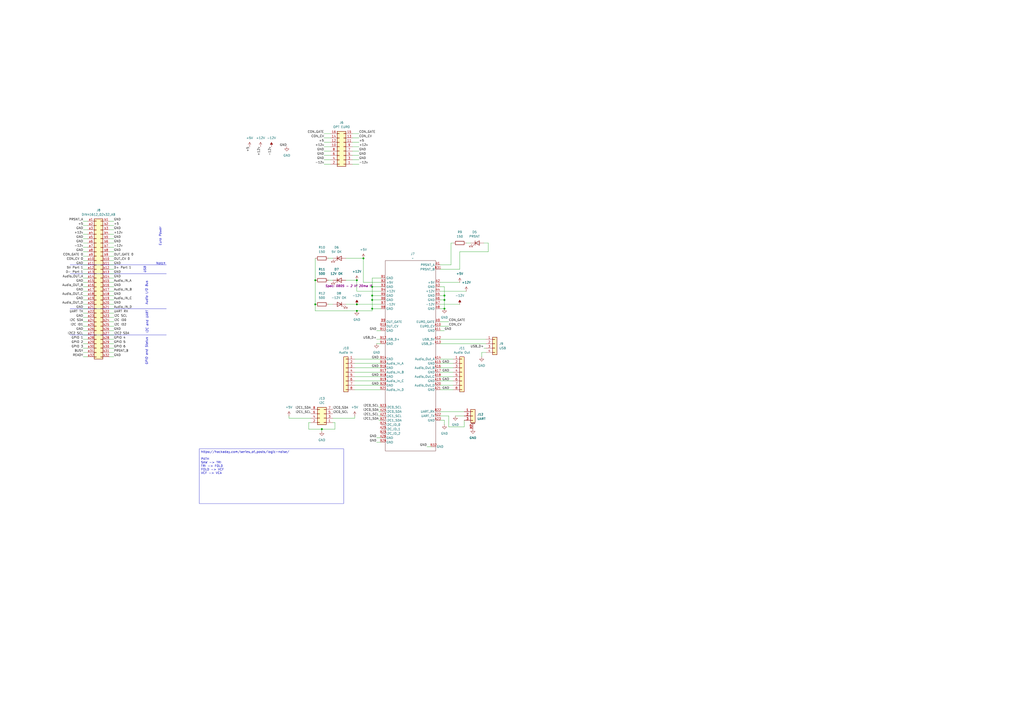
<source format=kicad_sch>
(kicad_sch (version 20231120) (generator "eeschema") (generator_version "8.0")
  (paper "A2")
  (title_block (title "Audio Thing Template") (rev "1.0") (company "velvia-fifty") (comment 1 "https://github.com/velvia-fifty/AudioThings") (comment 2 "You should have changed this already :)") (comment 4 "Stay humble"))
  (lib_symbols
    (symbol "AT-Symbols:EURO_Express_x4" (in_bom no)
      (property "Reference" "J" (at 1.27 2.032 0))
      (symbol "EURO_Express_x4_0_0"
        (pin passive line (at 43.18 2.54 180) (length 2.54) (name "PRSNT_A") (number "A1"))
        (pin bidirectional line (at 43.18 -33.02 180) (length 2.54) (name "EURO_CV") (number "A10"))
        (pin passive line (at 43.18 -35.56 180) (length 2.54) (name "GND") (number "A11"))
        (pin power_out line (at 43.18 -40.64 180) (length 2.54) (name "USB_5V") (number "A12"))
        (pin bidirectional line (at 43.18 -43.18 180) (length 2.54) (name "USB_D-") (number "A13"))
        (pin bidirectional line (at 43.18 -52.07 180) (length 2.54) (name "Audio_Out_A") (number "A14"))
        (pin passive line (at 43.18 -54.61 180) (length 2.54) (name "GND") (number "A15"))
        (pin bidirectional line (at 43.18 -57.15 180) (length 2.54) (name "Audio_Out_B") (number "A16"))
        (pin passive line (at 43.18 -59.69 180) (length 2.54) (name "GND") (number "A17"))
        (pin bidirectional line (at 43.18 -62.23 180) (length 2.54) (name "Audio_Out_C") (number "A18"))
        (pin passive line (at 43.18 -64.77 180) (length 2.54) (name "GND") (number "A19"))
        (pin power_in line (at 43.18 -7.62 180) (length 2.54) (name "+5V") (number "A2"))
        (pin bidirectional line (at 43.18 -67.31 180) (length 2.54) (name "Audio_Out_D") (number "A20"))
        (pin passive line (at 43.18 -69.85 180) (length 2.54) (name "GND") (number "A21"))
        (pin passive line (at 43.18 -87.63 180) (length 2.54) (name "GND") (number "A23"))
        (pin passive line (at 8.89 -97.79 0) (length 2.54) (name "GND") (number "A26"))
        (pin passive line (at 43.18 -10.16 180) (length 2.54) (name "GND") (number "A3"))
        (pin power_in line (at 43.18 -12.7 180) (length 2.54) (name "+12V") (number "A4"))
        (pin passive line (at 43.18 -15.24 180) (length 2.54) (name "GND") (number "A5"))
        (pin passive line (at 43.18 -17.78 180) (length 2.54) (name "GND") (number "A6"))
        (pin power_in line (at 43.18 -20.32 180) (length 2.54) (name "-12V") (number "A7"))
        (pin passive line (at 43.18 -22.86 180) (length 2.54) (name "GND") (number "A8"))
        (pin bidirectional line (at 43.18 -30.48 180) (length 2.54) (name "EURO_GATE") (number "A9"))
        (pin passive line (at 8.89 -5.08 0) (length 2.54) (name "GND") (number "B1"))
        (pin bidirectional line (at 8.89 -33.02 0) (length 2.54) (name "OUT_CV") (number "B10"))
        (pin passive line (at 8.89 -35.56 0) (length 2.54) (name "GND") (number "B11"))
        (pin bidirectional line (at 8.89 -40.64 0) (length 2.54) (name "USB_D+") (number "B12"))
        (pin passive line (at 8.89 -43.18 0) (length 2.54) (name "GND") (number "B13"))
        (pin passive line (at 8.89 -52.07 0) (length 2.54) (name "GND") (number "B14"))
        (pin bidirectional line (at 8.89 -54.61 0) (length 2.54) (name "Audio_In_A") (number "B15"))
        (pin passive line (at 8.89 -57.15 0) (length 2.54) (name "GND") (number "B16"))
        (pin bidirectional line (at 8.89 -59.69 0) (length 2.54) (name "Audio_In_B") (number "B17"))
        (pin passive line (at 8.89 -62.23 0) (length 2.54) (name "GND") (number "B18"))
        (pin bidirectional line (at 8.89 -64.77 0) (length 2.54) (name "Audio_In_C") (number "B19"))
        (pin power_in line (at 8.89 -7.62 0) (length 2.54) (name "+5V") (number "B2"))
        (pin passive line (at 8.89 -67.31 0) (length 2.54) (name "GND") (number "B20"))
        (pin bidirectional line (at 8.89 -69.85 0) (length 2.54) (name "Audio_In_D") (number "B21"))
        (pin passive line (at 8.89 -100.33 0) (length 2.54) (name "GND") (number "B26"))
        (pin passive line (at 8.89 -10.16 0) (length 2.54) (name "GND") (number "B3"))
        (pin passive line (at 38.1 -102.87 0) (length 2.54) (name "GND") (number "B32"))
        (pin power_in line (at 8.89 -12.7 0) (length 2.54) (name "+12V") (number "B4"))
        (pin passive line (at 8.89 -15.24 0) (length 2.54) (name "GND") (number "B5"))
        (pin passive line (at 8.89 -17.78 0) (length 2.54) (name "GND") (number "B6"))
        (pin power_in line (at 8.89 -20.32 0) (length 2.54) (name "-12V") (number "B7"))
        (pin passive line (at 8.89 -22.86 0) (length 2.54) (name "GND") (number "B8"))
        (pin bidirectional line (at 8.89 -30.48 0) (length 2.54) (name "OUT_GATE") (number "B9"))
      )
      (symbol "EURO_Express_x4_1_1"
        (rectangle (start 11.43 5.08) (end 40.64 -105.41) (stroke (width 0) (color 72 0 0 1)))
        (pin output line (at 43.18 -85.09 180) (length 2.54) (name "UART_TX") (number "A22"))
        (pin bidirectional line (at 8.89 -82.55 0) (length 2.54) (name "I2C0_SDA") (number "A24"))
        (pin bidirectional line (at 8.89 -92.71 0) (length 2.54) (name "I2C_ID_1") (number "A25"))
        (pin bidirectional line (at 8.89 -85.09 0) (length 2.54) (name "I2C1_SCL") (number "A27"))
        (pin input line (at 43.18 -82.55 180) (length 2.54) (name "UART_RX") (number "B22"))
        (pin bidirectional line (at 8.89 -80.01 0) (length 2.54) (name "I2C0_SCL") (number "B23"))
        (pin bidirectional line (at 8.89 -90.17 0) (length 2.54) (name "I2C_ID_0") (number "B24"))
        (pin bidirectional line (at 8.89 -95.25 0) (length 2.54) (name "I2C_ID_2") (number "B25"))
        (pin bidirectional line (at 8.89 -87.63 0) (length 2.54) (name "I2C1_SDA") (number "B27"))
        (pin passive line (at 43.18 0 180) (length 2.54) (name "PRSNT_B") (number "B31"))
      )
    )
    (symbol "Connector:DIN41612_02x32_AB" (pin_names (offset 1.016) hide)
      (property "Reference" "J" (at 1.27 40.64 0))
      (property "Value" "DIN41612_02x32_AB" (at 1.27 -43.18 0))
      (symbol "DIN41612_02x32_AB_1_1"
        (rectangle (start -1.27 -40.513) (end 0 -40.767) (stroke (width 0.1524)))
        (rectangle (start -1.27 -37.973) (end 0 -38.227) (stroke (width 0.1524)))
        (rectangle (start -1.27 -35.433) (end 0 -35.687) (stroke (width 0.1524)))
        (rectangle (start -1.27 -32.893) (end 0 -33.147) (stroke (width 0.1524)))
        (rectangle (start -1.27 -30.353) (end 0 -30.607) (stroke (width 0.1524)))
        (rectangle (start -1.27 -27.813) (end 0 -28.067) (stroke (width 0.1524)))
        (rectangle (start -1.27 -25.273) (end 0 -25.527) (stroke (width 0.1524)))
        (rectangle (start -1.27 -22.733) (end 0 -22.987) (stroke (width 0.1524)))
        (rectangle (start -1.27 -20.193) (end 0 -20.447) (stroke (width 0.1524)))
        (rectangle (start -1.27 -17.653) (end 0 -17.907) (stroke (width 0.1524)))
        (rectangle (start -1.27 -15.113) (end 0 -15.367) (stroke (width 0.1524)))
        (rectangle (start -1.27 -12.573) (end 0 -12.827) (stroke (width 0.1524)))
        (rectangle (start -1.27 -10.033) (end 0 -10.287) (stroke (width 0.1524)))
        (rectangle (start -1.27 -7.493) (end 0 -7.747) (stroke (width 0.1524)))
        (rectangle (start -1.27 -4.953) (end 0 -5.207) (stroke (width 0.1524)))
        (rectangle (start -1.27 -2.413) (end 0 -2.667) (stroke (width 0.1524)))
        (rectangle (start -1.27 0.127) (end 0 -0.127) (stroke (width 0.1524)))
        (rectangle (start -1.27 2.667) (end 0 2.413) (stroke (width 0.1524)))
        (rectangle (start -1.27 5.207) (end 0 4.953) (stroke (width 0.1524)))
        (rectangle (start -1.27 7.747) (end 0 7.493) (stroke (width 0.1524)))
        (rectangle (start -1.27 10.287) (end 0 10.033) (stroke (width 0.1524)))
        (rectangle (start -1.27 12.827) (end 0 12.573) (stroke (width 0.1524)))
        (rectangle (start -1.27 15.367) (end 0 15.113) (stroke (width 0.1524)))
        (rectangle (start -1.27 17.907) (end 0 17.653) (stroke (width 0.1524)))
        (rectangle (start -1.27 20.447) (end 0 20.193) (stroke (width 0.1524)))
        (rectangle (start -1.27 22.987) (end 0 22.733) (stroke (width 0.1524)))
        (rectangle (start -1.27 25.527) (end 0 25.273) (stroke (width 0.1524)))
        (rectangle (start -1.27 28.067) (end 0 27.813) (stroke (width 0.1524)))
        (rectangle (start -1.27 30.607) (end 0 30.353) (stroke (width 0.1524)))
        (rectangle (start -1.27 33.147) (end 0 32.893) (stroke (width 0.1524)))
        (rectangle (start -1.27 35.687) (end 0 35.433) (stroke (width 0.1524)))
        (rectangle (start -1.27 38.227) (end 0 37.973) (stroke (width 0.1524)))
        (rectangle (start -1.27 39.37) (end 3.81 -41.91) (stroke (width 0.254)) (fill (type background)))
        (rectangle (start 3.81 -40.513) (end 2.54 -40.767) (stroke (width 0.1524)))
        (rectangle (start 3.81 -37.973) (end 2.54 -38.227) (stroke (width 0.1524)))
        (rectangle (start 3.81 -35.433) (end 2.54 -35.687) (stroke (width 0.1524)))
        (rectangle (start 3.81 -32.893) (end 2.54 -33.147) (stroke (width 0.1524)))
        (rectangle (start 3.81 -30.353) (end 2.54 -30.607) (stroke (width 0.1524)))
        (rectangle (start 3.81 -27.813) (end 2.54 -28.067) (stroke (width 0.1524)))
        (rectangle (start 3.81 -25.273) (end 2.54 -25.527) (stroke (width 0.1524)))
        (rectangle (start 3.81 -22.733) (end 2.54 -22.987) (stroke (width 0.1524)))
        (rectangle (start 3.81 -20.193) (end 2.54 -20.447) (stroke (width 0.1524)))
        (rectangle (start 3.81 -17.653) (end 2.54 -17.907) (stroke (width 0.1524)))
        (rectangle (start 3.81 -15.113) (end 2.54 -15.367) (stroke (width 0.1524)))
        (rectangle (start 3.81 -12.573) (end 2.54 -12.827) (stroke (width 0.1524)))
        (rectangle (start 3.81 -10.033) (end 2.54 -10.287) (stroke (width 0.1524)))
        (rectangle (start 3.81 -7.493) (end 2.54 -7.747) (stroke (width 0.1524)))
        (rectangle (start 3.81 -4.953) (end 2.54 -5.207) (stroke (width 0.1524)))
        (rectangle (start 3.81 -2.413) (end 2.54 -2.667) (stroke (width 0.1524)))
        (rectangle (start 3.81 0.127) (end 2.54 -0.127) (stroke (width 0.1524)))
        (rectangle (start 3.81 2.667) (end 2.54 2.413) (stroke (width 0.1524)))
        (rectangle (start 3.81 5.207) (end 2.54 4.953) (stroke (width 0.1524)))
        (rectangle (start 3.81 7.747) (end 2.54 7.493) (stroke (width 0.1524)))
        (rectangle (start 3.81 10.287) (end 2.54 10.033) (stroke (width 0.1524)))
        (rectangle (start 3.81 12.827) (end 2.54 12.573) (stroke (width 0.1524)))
        (rectangle (start 3.81 15.367) (end 2.54 15.113) (stroke (width 0.1524)))
        (rectangle (start 3.81 17.907) (end 2.54 17.653) (stroke (width 0.1524)))
        (rectangle (start 3.81 20.447) (end 2.54 20.193) (stroke (width 0.1524)))
        (rectangle (start 3.81 22.987) (end 2.54 22.733) (stroke (width 0.1524)))
        (rectangle (start 3.81 25.527) (end 2.54 25.273) (stroke (width 0.1524)))
        (rectangle (start 3.81 28.067) (end 2.54 27.813) (stroke (width 0.1524)))
        (rectangle (start 3.81 30.607) (end 2.54 30.353) (stroke (width 0.1524)))
        (rectangle (start 3.81 33.147) (end 2.54 32.893) (stroke (width 0.1524)))
        (rectangle (start 3.81 35.687) (end 2.54 35.433) (stroke (width 0.1524)))
        (rectangle (start 3.81 38.227) (end 2.54 37.973) (stroke (width 0.1524)))
        (pin passive line (at -5.08 38.1 0) (length 3.81) (name "Pin_a1") (number "a1"))
        (pin passive line (at -5.08 15.24 0) (length 3.81) (name "Pin_a10") (number "a10"))
        (pin passive line (at -5.08 12.7 0) (length 3.81) (name "Pin_a11") (number "a11"))
        (pin passive line (at -5.08 10.16 0) (length 3.81) (name "Pin_a12") (number "a12"))
        (pin passive line (at -5.08 7.62 0) (length 3.81) (name "Pin_a13") (number "a13"))
        (pin passive line (at -5.08 5.08 0) (length 3.81) (name "Pin_a14") (number "a14"))
        (pin passive line (at -5.08 2.54 0) (length 3.81) (name "Pin_a15") (number "a15"))
        (pin passive line (at -5.08 0 0) (length 3.81) (name "Pin_a16") (number "a16"))
        (pin passive line (at -5.08 -2.54 0) (length 3.81) (name "Pin_a17") (number "a17"))
        (pin passive line (at -5.08 -5.08 0) (length 3.81) (name "Pin_a18") (number "a18"))
        (pin passive line (at -5.08 -7.62 0) (length 3.81) (name "Pin_a19") (number "a19"))
        (pin passive line (at -5.08 35.56 0) (length 3.81) (name "Pin_a2") (number "a2"))
        (pin passive line (at -5.08 -10.16 0) (length 3.81) (name "Pin_a20") (number "a20"))
        (pin passive line (at -5.08 -12.7 0) (length 3.81) (name "Pin_a21") (number "a21"))
        (pin passive line (at -5.08 -15.24 0) (length 3.81) (name "Pin_a22") (number "a22"))
        (pin passive line (at -5.08 -17.78 0) (length 3.81) (name "Pin_a23") (number "a23"))
        (pin passive line (at -5.08 -20.32 0) (length 3.81) (name "Pin_a24") (number "a24"))
        (pin passive line (at -5.08 -22.86 0) (length 3.81) (name "Pin_a25") (number "a25"))
        (pin passive line (at -5.08 -25.4 0) (length 3.81) (name "Pin_a26") (number "a26"))
        (pin passive line (at -5.08 -27.94 0) (length 3.81) (name "Pin_a27") (number "a27"))
        (pin passive line (at -5.08 -30.48 0) (length 3.81) (name "Pin_a28") (number "a28"))
        (pin passive line (at -5.08 -33.02 0) (length 3.81) (name "Pin_a29") (number "a29"))
        (pin passive line (at -5.08 33.02 0) (length 3.81) (name "Pin_a3") (number "a3"))
        (pin passive line (at -5.08 -35.56 0) (length 3.81) (name "Pin_a30") (number "a30"))
        (pin passive line (at -5.08 -38.1 0) (length 3.81) (name "Pin_a31") (number "a31"))
        (pin passive line (at -5.08 -40.64 0) (length 3.81) (name "Pin_a32") (number "a32"))
        (pin passive line (at -5.08 30.48 0) (length 3.81) (name "Pin_a4") (number "a4"))
        (pin passive line (at -5.08 27.94 0) (length 3.81) (name "Pin_a5") (number "a5"))
        (pin passive line (at -5.08 25.4 0) (length 3.81) (name "Pin_a6") (number "a6"))
        (pin passive line (at -5.08 22.86 0) (length 3.81) (name "Pin_a7") (number "a7"))
        (pin passive line (at -5.08 20.32 0) (length 3.81) (name "Pin_a8") (number "a8"))
        (pin passive line (at -5.08 17.78 0) (length 3.81) (name "Pin_a9") (number "a9"))
        (pin passive line (at 7.62 38.1 180) (length 3.81) (name "Pin_b1") (number "b1"))
        (pin passive line (at 7.62 15.24 180) (length 3.81) (name "Pin_b10") (number "b10"))
        (pin passive line (at 7.62 12.7 180) (length 3.81) (name "Pin_b11") (number "b11"))
        (pin passive line (at 7.62 10.16 180) (length 3.81) (name "Pin_b12") (number "b12"))
        (pin passive line (at 7.62 7.62 180) (length 3.81) (name "Pin_b13") (number "b13"))
        (pin passive line (at 7.62 5.08 180) (length 3.81) (name "Pin_b14") (number "b14"))
        (pin passive line (at 7.62 2.54 180) (length 3.81) (name "Pin_b15") (number "b15"))
        (pin passive line (at 7.62 0 180) (length 3.81) (name "Pin_b16") (number "b16"))
        (pin passive line (at 7.62 -2.54 180) (length 3.81) (name "Pin_b17") (number "b17"))
        (pin passive line (at 7.62 -5.08 180) (length 3.81) (name "Pin_b18") (number "b18"))
        (pin passive line (at 7.62 -7.62 180) (length 3.81) (name "Pin_b19") (number "b19"))
        (pin passive line (at 7.62 35.56 180) (length 3.81) (name "Pin_b2") (number "b2"))
        (pin passive line (at 7.62 -10.16 180) (length 3.81) (name "Pin_b20") (number "b20"))
        (pin passive line (at 7.62 -12.7 180) (length 3.81) (name "Pin_b21") (number "b21"))
        (pin passive line (at 7.62 -15.24 180) (length 3.81) (name "Pin_b22") (number "b22"))
        (pin passive line (at 7.62 -17.78 180) (length 3.81) (name "Pin_b23") (number "b23"))
        (pin passive line (at 7.62 -20.32 180) (length 3.81) (name "Pin_b24") (number "b24"))
        (pin passive line (at 7.62 -22.86 180) (length 3.81) (name "Pin_b25") (number "b25"))
        (pin passive line (at 7.62 -25.4 180) (length 3.81) (name "Pin_b26") (number "b26"))
        (pin passive line (at 7.62 -27.94 180) (length 3.81) (name "Pin_b27") (number "b27"))
        (pin passive line (at 7.62 -30.48 180) (length 3.81) (name "Pin_b28") (number "b28"))
        (pin passive line (at 7.62 -33.02 180) (length 3.81) (name "Pin_b29") (number "b29"))
        (pin passive line (at 7.62 33.02 180) (length 3.81) (name "Pin_b3") (number "b3"))
        (pin passive line (at 7.62 -35.56 180) (length 3.81) (name "Pin_b30") (number "b30"))
        (pin passive line (at 7.62 -38.1 180) (length 3.81) (name "Pin_b31") (number "b31"))
        (pin passive line (at 7.62 -40.64 180) (length 3.81) (name "Pin_b32") (number "b32"))
        (pin passive line (at 7.62 30.48 180) (length 3.81) (name "Pin_b4") (number "b4"))
        (pin passive line (at 7.62 27.94 180) (length 3.81) (name "Pin_b5") (number "b5"))
        (pin passive line (at 7.62 25.4 180) (length 3.81) (name "Pin_b6") (number "b6"))
        (pin passive line (at 7.62 22.86 180) (length 3.81) (name "Pin_b7") (number "b7"))
        (pin passive line (at 7.62 20.32 180) (length 3.81) (name "Pin_b8") (number "b8"))
        (pin passive line (at 7.62 17.78 180) (length 3.81) (name "Pin_b9") (number "b9"))
      )
    )
    (symbol "Connector_Generic:Conn_01x08" (pin_names (offset 1.016) hide)
      (property "Reference" "J" (at 0 10.16 0))
      (property "Value" "Conn_01x08" (at 0 -12.7 0))
      (symbol "Conn_01x08_1_1"
        (rectangle (start -1.27 -10.033) (end 0 -10.287) (stroke (width 0.1524)))
        (rectangle (start -1.27 -7.493) (end 0 -7.747) (stroke (width 0.1524)))
        (rectangle (start -1.27 -4.953) (end 0 -5.207) (stroke (width 0.1524)))
        (rectangle (start -1.27 -2.413) (end 0 -2.667) (stroke (width 0.1524)))
        (rectangle (start -1.27 0.127) (end 0 -0.127) (stroke (width 0.1524)))
        (rectangle (start -1.27 2.667) (end 0 2.413) (stroke (width 0.1524)))
        (rectangle (start -1.27 5.207) (end 0 4.953) (stroke (width 0.1524)))
        (rectangle (start -1.27 7.747) (end 0 7.493) (stroke (width 0.1524)))
        (rectangle (start -1.27 8.89) (end 1.27 -11.43) (stroke (width 0.254)) (fill (type background)))
        (pin passive line (at -5.08 7.62 0) (length 3.81) (name "Pin_1") (number "1"))
        (pin passive line (at -5.08 5.08 0) (length 3.81) (name "Pin_2") (number "2"))
        (pin passive line (at -5.08 2.54 0) (length 3.81) (name "Pin_3") (number "3"))
        (pin passive line (at -5.08 0 0) (length 3.81) (name "Pin_4") (number "4"))
        (pin passive line (at -5.08 -2.54 0) (length 3.81) (name "Pin_5") (number "5"))
        (pin passive line (at -5.08 -5.08 0) (length 3.81) (name "Pin_6") (number "6"))
        (pin passive line (at -5.08 -7.62 0) (length 3.81) (name "Pin_7") (number "7"))
        (pin passive line (at -5.08 -10.16 0) (length 3.81) (name "Pin_8") (number "8"))
      )
    )
    (symbol "Connector_Generic:Conn_02x04_Odd_Even" (pin_names (offset 1.016) hide)
      (property "Reference" "J" (at 1.27 5.08 0))
      (property "Value" "Conn_02x04_Odd_Even" (at 1.27 -7.62 0))
      (symbol "Conn_02x04_Odd_Even_1_1"
        (rectangle (start -1.27 -4.953) (end 0 -5.207) (stroke (width 0.1524)))
        (rectangle (start -1.27 -2.413) (end 0 -2.667) (stroke (width 0.1524)))
        (rectangle (start -1.27 0.127) (end 0 -0.127) (stroke (width 0.1524)))
        (rectangle (start -1.27 2.667) (end 0 2.413) (stroke (width 0.1524)))
        (rectangle (start -1.27 3.81) (end 3.81 -6.35) (stroke (width 0.254)) (fill (type background)))
        (rectangle (start 3.81 -4.953) (end 2.54 -5.207) (stroke (width 0.1524)))
        (rectangle (start 3.81 -2.413) (end 2.54 -2.667) (stroke (width 0.1524)))
        (rectangle (start 3.81 0.127) (end 2.54 -0.127) (stroke (width 0.1524)))
        (rectangle (start 3.81 2.667) (end 2.54 2.413) (stroke (width 0.1524)))
        (pin passive line (at -5.08 2.54 0) (length 3.81) (name "Pin_1") (number "1"))
        (pin passive line (at 7.62 2.54 180) (length 3.81) (name "Pin_2") (number "2"))
        (pin passive line (at -5.08 0 0) (length 3.81) (name "Pin_3") (number "3"))
        (pin passive line (at 7.62 0 180) (length 3.81) (name "Pin_4") (number "4"))
        (pin passive line (at -5.08 -2.54 0) (length 3.81) (name "Pin_5") (number "5"))
        (pin passive line (at 7.62 -2.54 180) (length 3.81) (name "Pin_6") (number "6"))
        (pin passive line (at -5.08 -5.08 0) (length 3.81) (name "Pin_7") (number "7"))
        (pin passive line (at 7.62 -5.08 180) (length 3.81) (name "Pin_8") (number "8"))
      )
    )
    (symbol "Connector_Generic:Conn_02x08_Odd_Even" (pin_names (offset 1.016) hide)
      (property "Reference" "J" (at 1.27 10.16 0))
      (property "Value" "Conn_02x08_Odd_Even" (at 1.27 -12.7 0))
      (symbol "Conn_02x08_Odd_Even_1_1"
        (rectangle (start -1.27 -10.033) (end 0 -10.287) (stroke (width 0.1524)))
        (rectangle (start -1.27 -7.493) (end 0 -7.747) (stroke (width 0.1524)))
        (rectangle (start -1.27 -4.953) (end 0 -5.207) (stroke (width 0.1524)))
        (rectangle (start -1.27 -2.413) (end 0 -2.667) (stroke (width 0.1524)))
        (rectangle (start -1.27 0.127) (end 0 -0.127) (stroke (width 0.1524)))
        (rectangle (start -1.27 2.667) (end 0 2.413) (stroke (width 0.1524)))
        (rectangle (start -1.27 5.207) (end 0 4.953) (stroke (width 0.1524)))
        (rectangle (start -1.27 7.747) (end 0 7.493) (stroke (width 0.1524)))
        (rectangle (start -1.27 8.89) (end 3.81 -11.43) (stroke (width 0.254)) (fill (type background)))
        (rectangle (start 3.81 -10.033) (end 2.54 -10.287) (stroke (width 0.1524)))
        (rectangle (start 3.81 -7.493) (end 2.54 -7.747) (stroke (width 0.1524)))
        (rectangle (start 3.81 -4.953) (end 2.54 -5.207) (stroke (width 0.1524)))
        (rectangle (start 3.81 -2.413) (end 2.54 -2.667) (stroke (width 0.1524)))
        (rectangle (start 3.81 0.127) (end 2.54 -0.127) (stroke (width 0.1524)))
        (rectangle (start 3.81 2.667) (end 2.54 2.413) (stroke (width 0.1524)))
        (rectangle (start 3.81 5.207) (end 2.54 4.953) (stroke (width 0.1524)))
        (rectangle (start 3.81 7.747) (end 2.54 7.493) (stroke (width 0.1524)))
        (pin passive line (at -5.08 7.62 0) (length 3.81) (name "Pin_1") (number "1"))
        (pin passive line (at 7.62 -2.54 180) (length 3.81) (name "Pin_10") (number "10"))
        (pin passive line (at -5.08 -5.08 0) (length 3.81) (name "Pin_11") (number "11"))
        (pin passive line (at 7.62 -5.08 180) (length 3.81) (name "Pin_12") (number "12"))
        (pin passive line (at -5.08 -7.62 0) (length 3.81) (name "Pin_13") (number "13"))
        (pin passive line (at 7.62 -7.62 180) (length 3.81) (name "Pin_14") (number "14"))
        (pin passive line (at -5.08 -10.16 0) (length 3.81) (name "Pin_15") (number "15"))
        (pin passive line (at 7.62 -10.16 180) (length 3.81) (name "Pin_16") (number "16"))
        (pin passive line (at 7.62 7.62 180) (length 3.81) (name "Pin_2") (number "2"))
        (pin passive line (at -5.08 5.08 0) (length 3.81) (name "Pin_3") (number "3"))
        (pin passive line (at 7.62 5.08 180) (length 3.81) (name "Pin_4") (number "4"))
        (pin passive line (at -5.08 2.54 0) (length 3.81) (name "Pin_5") (number "5"))
        (pin passive line (at 7.62 2.54 180) (length 3.81) (name "Pin_6") (number "6"))
        (pin passive line (at -5.08 0 0) (length 3.81) (name "Pin_7") (number "7"))
        (pin passive line (at 7.62 0 180) (length 3.81) (name "Pin_8") (number "8"))
        (pin passive line (at -5.08 -2.54 0) (length 3.81) (name "Pin_9") (number "9"))
      )
    )
    (symbol "Connector_Generic_MountingPin:Conn_01x03_MountingPin" (pin_names (offset 1.016) hide)
      (property "Reference" "J" (at 0 5.08 0))
      (property "Value" "Conn_01x03_MountingPin" (at 1.27 -5.08 0))
      (symbol "Conn_01x03_MountingPin_1_1"
        (rectangle (start -1.27 -2.413) (end 0 -2.667) (stroke (width 0.1524)))
        (rectangle (start -1.27 0.127) (end 0 -0.127) (stroke (width 0.1524)))
        (rectangle (start -1.27 2.667) (end 0 2.413) (stroke (width 0.1524)))
        (rectangle (start -1.27 3.81) (end 1.27 -3.81) (stroke (width 0.254)) (fill (type background)))
        (polyline (pts (xy -1.016 -4.572) (xy 1.016 -4.572)) (stroke (width 0.1524)))
        (text "Mounting" (at 0 -4.191 0) (effects (font (size 0.381 0.381))))
        (pin passive line (at -5.08 2.54 0) (length 3.81) (name "Pin_1") (number "1"))
        (pin passive line (at -5.08 0 0) (length 3.81) (name "Pin_2") (number "2"))
        (pin passive line (at -5.08 -2.54 0) (length 3.81) (name "Pin_3") (number "3"))
        (pin passive line (at 0 -7.62 90) (length 3.048) (name "MountPin") (number "MP"))
      )
    )
    (symbol "Device:LED" (pin_numbers hide) (pin_names (offset 1.016) hide)
      (property "Reference" "D" (at 0 2.54 0))
      (property "Value" "LED" (at 0 -2.54 0))
      (symbol "LED_0_1"
        (polyline (pts (xy -1.27 -1.27) (xy -1.27 1.27)) (stroke (width 0.254)))
        (polyline (pts (xy -1.27 0) (xy 1.27 0)))
        (polyline (pts (xy 1.27 -1.27) (xy 1.27 1.27) (xy -1.27 0) (xy 1.27 -1.27)) (stroke (width 0.254)))
        (polyline (pts (xy -3.048 -0.762) (xy -4.572 -2.286) (xy -3.81 -2.286) (xy -4.572 -2.286) (xy -4.572 -1.524)))
        (polyline (pts (xy -1.778 -0.762) (xy -3.302 -2.286) (xy -2.54 -2.286) (xy -3.302 -2.286) (xy -3.302 -1.524)))
      )
      (symbol "LED_1_1"
        (pin passive line (at -3.81 0 0) (length 2.54) (name "K") (number "1"))
        (pin passive line (at 3.81 0 180) (length 2.54) (name "A") (number "2"))
      )
    )
    (symbol "Device:R" (pin_numbers hide) (pin_names (offset 0))
      (property "Reference" "R" (at 2.032 0 90))
      (property "Value" "R" (at 0 0 90))
      (symbol "R_0_1"
        (rectangle (start -1.016 -2.54) (end 1.016 2.54) (stroke (width 0.254)))
      )
      (symbol "R_1_1"
        (pin passive line (at 0 3.81 270) (length 1.27) (name "~") (number "1"))
        (pin passive line (at 0 -3.81 90) (length 1.27) (name "~") (number "2"))
      )
    )
    (symbol "PCM_4ms_Connector:Conn_01x04" (pin_names (offset 1.016) hide)
      (property "Reference" "J" (at 0 5.08 0))
      (property "Value" "Conn_01x04" (at 0 -7.62 0))
      (symbol "Conn_01x04_1_1"
        (rectangle (start -1.27 -4.953) (end 0 -5.207) (stroke (width 0.1524)))
        (rectangle (start -1.27 -2.413) (end 0 -2.667) (stroke (width 0.1524)))
        (rectangle (start -1.27 0.127) (end 0 -0.127) (stroke (width 0.1524)))
        (rectangle (start -1.27 2.667) (end 0 2.413) (stroke (width 0.1524)))
        (rectangle (start -1.27 3.81) (end 1.27 -6.35) (stroke (width 0.254)) (fill (type background)))
        (pin passive line (at -5.08 2.54 0) (length 3.81) (name "Pin_1") (number "1"))
        (pin passive line (at -5.08 0 0) (length 3.81) (name "Pin_2") (number "2"))
        (pin passive line (at -5.08 -2.54 0) (length 3.81) (name "Pin_3") (number "3"))
        (pin passive line (at -5.08 -5.08 0) (length 3.81) (name "Pin_4") (number "4"))
      )
    )
    (symbol "power:+12V" (power) (pin_numbers hide) (pin_names (offset 0) hide)
      (property "Value" "+12V" (at 0 3.556 0))
      (symbol "+12V_0_1"
        (polyline (pts (xy -0.762 1.27) (xy 0 2.54)))
        (polyline (pts (xy 0 0) (xy 0 2.54)))
        (polyline (pts (xy 0 2.54) (xy 0.762 1.27)))
      )
      (symbol "+12V_1_1"
        (pin power_in line (at 0 0 90) (length 0) (name "~") (number "1"))
      )
    )
    (symbol "power:+5V" (power) (pin_numbers hide) (pin_names (offset 0) hide)
      (property "Value" "+5V" (at 0 3.556 0))
      (symbol "+5V_0_1"
        (polyline (pts (xy -0.762 1.27) (xy 0 2.54)))
        (polyline (pts (xy 0 0) (xy 0 2.54)))
        (polyline (pts (xy 0 2.54) (xy 0.762 1.27)))
      )
      (symbol "+5V_1_1"
        (pin power_in line (at 0 0 90) (length 0) (name "~") (number "1"))
      )
    )
    (symbol "power:-12V" (power) (pin_numbers hide) (pin_names (offset 0) hide)
      (property "Value" "-12V" (at 0 3.556 0))
      (symbol "-12V_0_0"
        (pin power_in line (at 0 0 90) (length 0) (name "~") (number "1"))
      )
      (symbol "-12V_0_1"
        (polyline (pts (xy 0 0) (xy 0 1.27) (xy 0.762 1.27) (xy 0 2.54) (xy -0.762 1.27) (xy 0 1.27)) (fill (type outline)))
      )
    )
    (symbol "power:GND" (power) (pin_numbers hide) (pin_names (offset 0) hide)
      (property "Value" "GND" (at 0 -3.81 0))
      (symbol "GND_0_1"
        (polyline (pts (xy 0 0) (xy 0 -1.27) (xy 1.27 -1.27) (xy 0 -2.54) (xy -1.27 -1.27) (xy 0 -1.27)))
      )
      (symbol "GND_1_1"
        (pin power_in line (at 0 0 270) (length 0) (name "~") (number "1"))
      )
    )
  )
  (junction (at 207.01 176.53))
  (junction (at 257.81 179.07))
  (junction (at 215.9 166.37))
  (junction (at 182.88 162.56))
  (junction (at 210.82 149.86))
  (junction (at 215.9 171.45))
  (junction (at 257.81 173.99))
  (junction (at 215.9 173.99))
  (junction (at 182.88 176.53))
  (junction (at 257.81 171.45))
  (junction (at 207.01 162.56))
  (junction (at 215.9 179.07))
  (junction (at 207.01 180.34))
  (junction (at 186.69 248.92))
  (wire (pts (xy 262.89 208.28) (xy 255.27 208.28)))
  (wire (pts (xy 215.9 161.29) (xy 215.9 166.37)))
  (wire (pts (xy 266.7 146.05) (xy 266.7 156.21)))
  (wire (pts (xy 205.74 223.52) (xy 220.98 223.52)))
  (wire (pts (xy 66.04 168.91) (xy 63.5 168.91)))
  (wire (pts (xy 48.26 207.01) (xy 50.8 207.01)))
  (wire (pts (xy 48.26 184.15) (xy 50.8 184.15)))
  (wire (pts (xy 66.04 133.35) (xy 63.5 133.35)))
  (wire (pts (xy 205.74 220.98) (xy 220.98 220.98)))
  (wire (pts (xy 66.04 138.43) (xy 63.5 138.43)))
  (wire (pts (xy 66.04 140.97) (xy 63.5 140.97)))
  (wire (pts (xy 180.34 245.11) (xy 179.07 245.11)))
  (wire (pts (xy 48.26 166.37) (xy 50.8 166.37)))
  (wire (pts (xy 269.24 247.65) (xy 269.24 243.84)))
  (wire (pts (xy 48.26 194.31) (xy 50.8 194.31)))
  (wire (pts (xy 219.71 238.76) (xy 220.98 238.76)))
  (wire (pts (xy 48.26 171.45) (xy 50.8 171.45)))
  (wire (pts (xy 48.26 148.59) (xy 50.8 148.59)))
  (wire (pts (xy 255.27 238.76) (xy 269.24 238.76)))
  (wire (pts (xy 208.28 92.71) (xy 204.47 92.71)))
  (wire (pts (xy 260.35 247.65) (xy 269.24 247.65)))
  (wire (pts (xy 266.7 146.05) (xy 283.21 146.05)))
  (wire (pts (xy 66.04 186.69) (xy 63.5 186.69)))
  (wire (pts (xy 261.62 140.97) (xy 261.62 153.67)))
  (wire (pts (xy 257.81 191.77) (xy 255.27 191.77)))
  (wire (pts (xy 261.62 140.97) (xy 262.89 140.97)))
  (wire (pts (xy 218.44 199.39) (xy 220.98 199.39)))
  (wire (pts (xy 48.26 138.43) (xy 50.8 138.43)))
  (wire (pts (xy 187.96 80.01) (xy 191.77 80.01)))
  (wire (pts (xy 48.26 146.05) (xy 50.8 146.05)))
  (wire (pts (xy 283.21 140.97) (xy 280.67 140.97)))
  (wire (pts (xy 219.71 241.3) (xy 220.98 241.3)))
  (wire (pts (xy 48.26 133.35) (xy 50.8 133.35)))
  (wire (pts (xy 207.01 162.56) (xy 200.66 162.56)))
  (wire (pts (xy 207.01 180.34) (xy 182.88 180.34)))
  (wire (pts (xy 66.04 151.13) (xy 63.5 151.13)))
  (wire (pts (xy 207.01 176.53) (xy 220.98 176.53)))
  (wire (pts (xy 205.74 208.28) (xy 220.98 208.28)))
  (wire (pts (xy 205.74 242.57) (xy 193.04 242.57)))
  (wire (pts (xy 200.66 176.53) (xy 207.01 176.53)))
  (wire (pts (xy 205.74 242.57) (xy 205.74 241.3)))
  (wire (pts (xy 66.04 130.81) (xy 63.5 130.81)))
  (wire (pts (xy 167.64 242.57) (xy 180.34 242.57)))
  (wire (pts (xy 66.04 153.67) (xy 63.5 153.67)))
  (wire (pts (xy 63.5 201.93) (xy 66.04 201.93)))
  (wire (pts (xy 208.28 82.55) (xy 204.47 82.55)))
  (wire (pts (xy 215.9 179.07) (xy 220.98 179.07)))
  (wire (pts (xy 179.07 245.11) (xy 179.07 248.92)))
  (wire (pts (xy 262.89 215.9) (xy 255.27 215.9)))
  (wire (pts (xy 66.04 146.05) (xy 63.5 146.05)))
  (wire (pts (xy 247.65 259.08) (xy 250.19 259.08)))
  (wire (pts (xy 48.26 196.85) (xy 50.8 196.85)))
  (wire (pts (xy 208.28 80.01) (xy 204.47 80.01)))
  (wire (pts (xy 215.9 179.07) (xy 215.9 180.34)))
  (wire (pts (xy 66.04 143.51) (xy 63.5 143.51)))
  (wire (pts (xy 279.4 204.47) (xy 281.94 204.47)))
  (wire (pts (xy 208.28 77.47) (xy 204.47 77.47)))
  (wire (pts (xy 205.74 215.9) (xy 220.98 215.9)))
  (wire (pts (xy 187.96 82.55) (xy 191.77 82.55)))
  (wire (pts (xy 208.28 95.25) (xy 204.47 95.25)))
  (wire (pts (xy 48.26 186.69) (xy 50.8 186.69)))
  (wire (pts (xy 269.24 241.3) (xy 264.16 241.3)))
  (wire (pts (xy 66.04 194.31) (xy 63.5 194.31)))
  (wire (pts (xy 66.04 199.39) (xy 63.5 199.39)))
  (wire (pts (xy 255.27 241.3) (xy 260.35 241.3)))
  (polyline (pts (xy 40.64 153.67) (xy 96.52 153.67)))
  (wire (pts (xy 66.04 181.61) (xy 63.5 181.61)))
  (wire (pts (xy 262.89 210.82) (xy 255.27 210.82)))
  (wire (pts (xy 179.07 248.92) (xy 186.69 248.92)))
  (wire (pts (xy 215.9 171.45) (xy 215.9 173.99)))
  (wire (pts (xy 255.27 243.84) (xy 257.81 243.84)))
  (wire (pts (xy 218.44 254) (xy 220.98 254)))
  (wire (pts (xy 66.04 189.23) (xy 63.5 189.23)))
  (wire (pts (xy 48.26 176.53) (xy 50.8 176.53)))
  (wire (pts (xy 220.98 166.37) (xy 215.9 166.37)))
  (wire (pts (xy 257.81 173.99) (xy 257.81 179.07)))
  (wire (pts (xy 266.7 163.83) (xy 255.27 163.83)))
  (wire (pts (xy 255.27 156.21) (xy 266.7 156.21)))
  (wire (pts (xy 205.74 210.82) (xy 220.98 210.82)))
  (wire (pts (xy 66.04 191.77) (xy 63.5 191.77)))
  (wire (pts (xy 66.04 135.89) (xy 63.5 135.89)))
  (wire (pts (xy 48.26 135.89) (xy 50.8 135.89)))
  (wire (pts (xy 220.98 161.29) (xy 215.9 161.29)))
  (wire (pts (xy 182.88 162.56) (xy 182.88 176.53)))
  (wire (pts (xy 66.04 173.99) (xy 63.5 173.99)))
  (wire (pts (xy 205.74 213.36) (xy 220.98 213.36)))
  (wire (pts (xy 48.26 189.23) (xy 50.8 189.23)))
  (wire (pts (xy 182.88 149.86) (xy 182.88 162.56)))
  (wire (pts (xy 266.7 176.53) (xy 255.27 176.53)))
  (wire (pts (xy 255.27 173.99) (xy 257.81 173.99)))
  (wire (pts (xy 48.26 158.75) (xy 50.8 158.75)))
  (wire (pts (xy 218.44 256.54) (xy 220.98 256.54)))
  (wire (pts (xy 187.96 95.25) (xy 191.77 95.25)))
  (wire (pts (xy 257.81 243.84) (xy 257.81 246.38)))
  (wire (pts (xy 48.26 153.67) (xy 50.8 153.67)))
  (wire (pts (xy 260.35 241.3) (xy 260.35 247.65)))
  (wire (pts (xy 257.81 179.07) (xy 255.27 179.07)))
  (wire (pts (xy 281.94 201.93) (xy 280.67 201.93)))
  (wire (pts (xy 190.5 149.86) (xy 193.04 149.86)))
  (wire (pts (xy 208.28 90.17) (xy 204.47 90.17)))
  (polyline (pts (xy 40.64 179.07) (xy 96.52 179.07)))
  (wire (pts (xy 220.98 168.91) (xy 207.01 168.91)))
  (wire (pts (xy 219.71 236.22) (xy 220.98 236.22)))
  (wire (pts (xy 260.35 189.23) (xy 255.27 189.23)))
  (wire (pts (xy 66.04 196.85) (xy 63.5 196.85)))
  (wire (pts (xy 187.96 87.63) (xy 191.77 87.63)))
  (wire (pts (xy 66.04 166.37) (xy 63.5 166.37)))
  (wire (pts (xy 279.4 204.47) (xy 279.4 207.01)))
  (wire (pts (xy 187.96 90.17) (xy 191.77 90.17)))
  (wire (pts (xy 262.89 223.52) (xy 255.27 223.52)))
  (wire (pts (xy 66.04 171.45) (xy 63.5 171.45)))
  (wire (pts (xy 66.04 163.83) (xy 63.5 163.83)))
  (wire (pts (xy 220.98 171.45) (xy 215.9 171.45)))
  (polyline (pts (xy 40.64 194.31) (xy 96.52 194.31)))
  (wire (pts (xy 262.89 220.98) (xy 255.27 220.98)))
  (wire (pts (xy 190.5 162.56) (xy 193.04 162.56)))
  (wire (pts (xy 48.26 128.27) (xy 50.8 128.27)))
  (wire (pts (xy 66.04 148.59) (xy 63.5 148.59)))
  (wire (pts (xy 66.04 161.29) (xy 63.5 161.29)))
  (wire (pts (xy 66.04 204.47) (xy 63.5 204.47)))
  (polyline (pts (xy 40.64 158.75) (xy 96.52 158.75)))
  (wire (pts (xy 194.31 248.92) (xy 186.69 248.92)))
  (wire (pts (xy 270.51 140.97) (xy 273.05 140.97)))
  (wire (pts (xy 187.96 77.47) (xy 191.77 77.47)))
  (wire (pts (xy 208.28 85.09) (xy 204.47 85.09)))
  (wire (pts (xy 66.04 207.01) (xy 63.5 207.01)))
  (wire (pts (xy 255.27 166.37) (xy 257.81 166.37)))
  (wire (pts (xy 48.26 156.21) (xy 50.8 156.21)))
  (wire (pts (xy 48.26 199.39) (xy 50.8 199.39)))
  (wire (pts (xy 262.89 213.36) (xy 255.27 213.36)))
  (wire (pts (xy 190.5 176.53) (xy 193.04 176.53)))
  (wire (pts (xy 215.9 180.34) (xy 207.01 180.34)))
  (wire (pts (xy 48.26 163.83) (xy 50.8 163.83)))
  (wire (pts (xy 262.89 218.44) (xy 255.27 218.44)))
  (wire (pts (xy 48.26 151.13) (xy 50.8 151.13)))
  (wire (pts (xy 187.96 85.09) (xy 191.77 85.09)))
  (wire (pts (xy 48.26 191.77) (xy 50.8 191.77)))
  (wire (pts (xy 48.26 204.47) (xy 50.8 204.47)))
  (wire (pts (xy 208.28 87.63) (xy 204.47 87.63)))
  (wire (pts (xy 186.69 248.92) (xy 186.69 250.19)))
  (wire (pts (xy 48.26 181.61) (xy 50.8 181.61)))
  (wire (pts (xy 48.26 168.91) (xy 50.8 168.91)))
  (wire (pts (xy 257.81 171.45) (xy 257.81 173.99)))
  (wire (pts (xy 281.94 196.85) (xy 255.27 196.85)))
  (wire (pts (xy 215.9 173.99) (xy 215.9 179.07)))
  (wire (pts (xy 48.26 179.07) (xy 50.8 179.07)))
  (wire (pts (xy 187.96 92.71) (xy 191.77 92.71)))
  (wire (pts (xy 48.26 130.81) (xy 50.8 130.81)))
  (wire (pts (xy 48.26 201.93) (xy 50.8 201.93)))
  (wire (pts (xy 66.04 176.53) (xy 63.5 176.53)))
  (wire (pts (xy 205.74 226.06) (xy 220.98 226.06)))
  (wire (pts (xy 167.64 242.57) (xy 167.64 241.3)))
  (wire (pts (xy 66.04 184.15) (xy 63.5 184.15)))
  (wire (pts (xy 182.88 180.34) (xy 182.88 176.53)))
  (wire (pts (xy 257.81 166.37) (xy 257.81 171.45)))
  (wire (pts (xy 200.66 149.86) (xy 210.82 149.86)))
  (wire (pts (xy 48.26 140.97) (xy 50.8 140.97)))
  (wire (pts (xy 194.31 245.11) (xy 194.31 248.92)))
  (wire (pts (xy 255.27 171.45) (xy 257.81 171.45)))
  (wire (pts (xy 48.26 161.29) (xy 50.8 161.29)))
  (wire (pts (xy 220.98 173.99) (xy 215.9 173.99)))
  (wire (pts (xy 205.74 218.44) (xy 220.98 218.44)))
  (wire (pts (xy 63.5 128.27) (xy 66.04 128.27)))
  (wire (pts (xy 218.44 196.85) (xy 220.98 196.85)))
  (wire (pts (xy 262.89 226.06) (xy 255.27 226.06)))
  (wire (pts (xy 48.26 143.51) (xy 50.8 143.51)))
  (wire (pts (xy 66.04 179.07) (xy 63.5 179.07)))
  (wire (pts (xy 66.04 156.21) (xy 63.5 156.21)))
  (wire (pts (xy 281.94 199.39) (xy 255.27 199.39)))
  (wire (pts (xy 218.44 191.77) (xy 220.98 191.77)))
  (wire (pts (xy 270.51 168.91) (xy 255.27 168.91)))
  (wire (pts (xy 219.71 243.84) (xy 220.98 243.84)))
  (wire (pts (xy 210.82 163.83) (xy 220.98 163.83)))
  (wire (pts (xy 260.35 186.69) (xy 255.27 186.69)))
  (wire (pts (xy 193.04 245.11) (xy 194.31 245.11)))
  (wire (pts (xy 48.26 173.99) (xy 50.8 173.99)))
  (wire (pts (xy 207.01 168.91) (xy 207.01 162.56)))
  (wire (pts (xy 255.27 153.67) (xy 261.62 153.67)))
  (wire (pts (xy 66.04 158.75) (xy 63.5 158.75)))
  (wire (pts (xy 210.82 149.86) (xy 210.82 163.83)))
  (wire (pts (xy 215.9 166.37) (xy 215.9 171.45)))
  (wire (pts (xy 283.21 146.05) (xy 283.21 140.97)))
  (text_box "https://hackaday.com/series_of_posts/logic-noise/\n\nPATH\nSAW -> TRI\nTRI -> FOLD\nFOLD -> VCF\nVCF -> VCA\n" (at 115.57 260.35 0) (size 83.82 31.75) (effects (font (size 1.27 1.27)) (justify left top)))
  (text "Audio I/O Bus" (at 85.09 169.926 90) (effects (font (size 1.27 1.27) (italic yes))))
  (text "USB" (at 84.074 156.464 90) (effects (font (size 1.27 1.27) (italic yes))))
  (text "Notch" (at 93.218 152.908 0) (effects (font (size 1.27 1.27) (italic yes))))
  (text "Euro Power" (at 92.964 137.16 90) (effects (font (size 1.27 1.27) (italic yes))))
  (text "GPIO and Status" (at 85.09 203.708 90) (effects (font (size 1.27 1.27) (italic yes))))
  (text "I2C and UART\n" (at 85.344 186.69 90) (effects (font (size 1.27 1.27) (italic yes))))
  (label "GND" (at 247.65 259.08 180))
  (label "PRSNT_A" (at 48.26 128.27 180))
  (label "CON_GATE" (at 208.28 77.47 0))
  (label "GND" (at 187.96 90.17 180))
  (label "-12v" (at 157.48 85.09 270))
  (label "D- Port 1" (at 48.26 158.75 180))
  (label "I2C1_SDA" (at 180.34 237.49 180))
  (label "Audio_IN_B" (at 66.04 168.91 0))
  (label "CON_CV" (at 260.35 189.23 0))
  (label "-12v" (at 187.96 95.25 180))
  (label "PRSNT_B" (at 66.04 204.47 0))
  (label "I2C0_SCL" (at 193.04 240.03 0))
  (label "GND" (at 66.04 140.97 0))
  (label "GND" (at 48.26 146.05 180))
  (label "GND" (at 256.54 215.9 0))
  (label "I2C ID1" (at 48.26 189.23 180))
  (label "GND" (at 256.54 210.82 0))
  (label "USB_D+" (at 280.67 201.93 180))
  (label "GPIO 6" (at 66.04 201.93 0))
  (label "Audio_OUT_B" (at 48.26 166.37 180))
  (label "GND" (at 48.26 191.77 180))
  (label "Audio_IN_A" (at 66.04 163.83 0))
  (label "GND" (at 219.71 223.52 180))
  (label "USB_D+" (at 218.44 196.85 180))
  (label "-12v" (at 66.04 143.51 0))
  (label "GND" (at 48.26 133.35 180))
  (label "UART RX" (at 66.04 181.61 0))
  (label "I2C SCL" (at 66.04 184.15 0))
  (label "GND" (at 66.04 166.37 0))
  (label "GND" (at 66.04 171.45 0))
  (label "GND" (at 208.28 90.17 0))
  (label "BUSY" (at 48.26 204.47 180))
  (label "Audio_OUT_A" (at 48.26 161.29 180))
  (label "GND" (at 66.04 158.75 0))
  (label "GND" (at 256.54 226.06 0))
  (label "I2C ID0" (at 66.04 186.69 0))
  (label "GND" (at 187.96 87.63 180))
  (label "GND" (at 218.44 254 180))
  (label "UART TX" (at 48.26 181.61 180))
  (label "-12v" (at 208.28 95.25 0))
  (label "+12v" (at 48.26 135.89 180))
  (label "I2C2 SDA" (at 66.04 194.31 0))
  (label "Audio_OUT_D" (at 48.26 176.53 180))
  (label "GND" (at 257.81 191.77 0))
  (label "GND" (at 208.28 87.63 0))
  (label "I2C1_SCL" (at 219.71 241.3 180))
  (label "Audio_IN_D" (at 66.04 179.07 0))
  (label "I2C SDA" (at 48.26 186.69 180))
  (label "I2C0_SDA" (at 193.04 237.49 0))
  (label "+5" (at 208.28 82.55 0))
  (label "GND" (at 48.26 138.43 180))
  (label "GND" (at 219.71 208.28 180))
  (label "OUT_CV 0" (at 66.04 151.13 0))
  (label "CON_GATE" (at 187.96 77.47 180))
  (label "I2C1_SCL" (at 180.34 240.03 180))
  (label "CON_GATE 0" (at 48.26 148.59 180))
  (label "GND" (at 66.04 138.43 0))
  (label "+5" (at 144.78 85.09 270))
  (label "GND" (at 218.44 256.54 180))
  (label "Audio_IN_C" (at 66.04 173.99 0))
  (label "GND" (at 48.26 168.91 180))
  (label "GND" (at 66.04 133.35 0))
  (label "CON_CV" (at 187.96 80.01 180))
  (label "GPIO 2" (at 48.26 199.39 180))
  (label "GND" (at 48.26 184.15 180))
  (label "GPIO 3" (at 48.26 201.93 180))
  (label "I2C1_SDA" (at 219.71 243.84 180))
  (label "I2C2 SCL" (at 48.26 194.31 180))
  (label "READY" (at 48.26 207.01 180))
  (label "GND" (at 66.04 191.77 0))
  (label "GPIO 4" (at 66.04 196.85 0))
  (label "GND" (at 166.37 85.09 180))
  (label "CON_CV" (at 208.28 80.01 0))
  (label "CON_CV 0" (at 48.26 151.13 180))
  (label "I2C0_SCL" (at 219.71 236.22 180))
  (label "I2C ID2" (at 66.04 189.23 0))
  (label "+5" (at 48.26 130.81 180))
  (label "OUT_GATE 0" (at 66.04 148.59 0))
  (label "GND" (at 66.04 176.53 0))
  (label "+12v" (at 208.28 85.09 0))
  (label "5V Port 1" (at 48.26 156.21 180))
  (label "+5" (at 187.96 82.55 180))
  (label "GPIO 5" (at 66.04 199.39 0))
  (label "I2C0_SDA" (at 219.71 238.76 180))
  (label "GND" (at 48.26 173.99 180))
  (label "GND" (at 66.04 207.01 0))
  (label "GND" (at 66.04 146.05 0))
  (label "GND" (at 66.04 128.27 0))
  (label "GND" (at 208.28 92.71 0))
  (label "GND" (at 219.71 213.36 180))
  (label "+12v" (at 151.13 85.09 270))
  (label "GND" (at 218.44 191.77 180))
  (label "GND" (at 187.96 92.71 180))
  (label "GND" (at 48.26 179.07 180))
  (label "+5" (at 66.04 130.81 0))
  (label "GND" (at 66.04 161.29 0))
  (label "+12v" (at 66.04 135.89 0))
  (label "GND" (at 48.26 163.83 180))
  (label "GND" (at 66.04 153.67 0))
  (label "D+ Port 1" (at 66.04 156.21 0))
  (label "+12v" (at 187.96 85.09 180))
  (label "GPIO 1" (at 48.26 196.85 180))
  (label "Audio_OUT_C" (at 48.26 171.45 180))
  (label "GND" (at 48.26 140.97 180))
  (label "GND" (at 48.26 153.67 180))
  (label "CON_GATE" (at 260.35 186.69 0))
  (label "GND" (at 219.71 218.44 180))
  (label "GND" (at 256.54 220.98 0))
  (label "-12v" (at 48.26 143.51 180))
  (symbol (lib_id "power:GND") (at 207.01 180.34 0) (unit 1) (on_board no)
    (property "Reference" "#PWR017" (effects (hide yes)))
    (property "Value" "GND" (at 207.01 185.42 0))
    (property "Description" "Power symbol creates a global label with name \"GND\" , ground" (effects (hide yes)))
  )
  (symbol (lib_id "power:+5V") (at 144.78 85.09 0) (unit 1)
    (property "Reference" "#PWR06" (effects (hide yes)))
    (property "Value" "+5V" (at 144.78 80.01 0))
    (property "Description" "Power symbol creates a global label with name \"+5V\"" (effects (hide yes)))
  )
  (symbol (lib_id "Connector_Generic:Conn_02x08_Odd_Even") (at 199.39 87.63 180) (unit 1)
    (property "Reference" "J6" (at 198.12 71.12 0))
    (property "Value" "OPT EURO" (at 198.12 73.66 0))
    (property "Footprint" "AT-Footprints:EURORACK Right Angle" (effects (hide yes)))
    (property "Description" "Generic connector, double row, 02x08, odd/even pin numbering scheme (row 1 odd numbers, row 2 even numbers), script generated (kicad-library-utils/schlib/autogen/connector/)" (effects (hide yes)))
  )
  (symbol (lib_id "power:-12V") (at 207.01 176.53 0) (unit 1) (on_board no)
    (property "Reference" "#PWR014" (effects (hide yes)))
    (property "Value" "-12V" (at 207.01 171.45 0))
    (property "Description" "Power symbol creates a global label with name \"-12V\"" (effects (hide yes)))
  )
  (symbol (lib_id "power:+12V") (at 151.13 85.09 0) (unit 1)
    (property "Reference" "#PWR07" (effects (hide yes)))
    (property "Value" "+12V" (at 151.13 80.01 0))
    (property "Description" "Power symbol creates a global label with name \"+12V\"" (effects (hide yes)))
  )
  (symbol (lib_id "power:-12V") (at 157.48 85.09 0) (unit 1)
    (property "Reference" "#PWR08" (effects (hide yes)))
    (property "Value" "-12V" (at 157.48 80.01 0))
    (property "Description" "Power symbol creates a global label with name \"-12V\"" (effects (hide yes)))
  )
  (symbol (lib_id "power:GND") (at 218.44 199.39 0) (unit 1)
    (property "Reference" "#PWR018" (effects (hide yes)))
    (property "Value" "GND" (at 218.44 204.47 0))
    (property "Description" "Power symbol creates a global label with name \"GND\" , ground" (effects (hide yes)))
  )
  (symbol (lib_id "Connector_Generic:Conn_02x04_Odd_Even") (at 187.96 242.57 180) (unit 1) (on_board no)
    (property "Reference" "J13" (at 186.69 231.14 0))
    (property "Value" "I2C" (at 186.69 233.68 0))
    (property "Footprint" "Connector_PinHeader_2.54mm:PinHeader_2x04_P2.54mm_Vertical" (effects (hide yes)))
    (property "Description" "Generic connector, double row, 02x04, odd/even pin numbering scheme (row 1 odd numbers, row 2 even numbers), script generated (kicad-library-utils/schlib/autogen/connector/)" (effects (hide yes)))
  )
  (symbol (lib_id "power:+5V") (at 167.64 241.3 0) (unit 1)
    (property "Reference" "#PWR020" (effects (hide yes)))
    (property "Value" "+5V" (at 167.64 236.22 0))
    (property "Description" "Power symbol creates a global label with name \"+5V\"" (effects (hide yes)))
  )
  (symbol (lib_id "Device:LED") (at 276.86 140.97 0) (unit 1) (on_board no)
    (property "Reference" "D5" (at 275.2725 134.62 0))
    (property "Value" "PRSNT" (at 275.2725 137.16 0))
    (property "Footprint" "LED_SMD:LED_0805_2012Metric_Pad1.15x1.40mm_HandSolder" (effects (hide yes)))
    (property "Datasheet" "https://www.digikey.com/en/products/filter/led-indication-discrete/105?s=N4IgjCBcoGwJxVAYygMwIYBsDOBTANCAPZQDaIALAAxwDMdIAuoQA4AuUIAymwE4CWAOwDmIAL6FaYBNBApIGHAWJlwMABwB2AEzamrDpG58hoiSACsFWojloseQiUjkw1qhZj6Q7TjwEi4oRg2nAQsvKKjiouIPS02uogknShySDqYOowFprpGhQUXoQFFkklcFoIhOq0GnmEFJplmuUZdQw1tJpUbbWaYBBdzdXtmjrp6oWek9NtTS0IzD6GxgFmwZUyyPZKTqpUTOYAtNt2kHwArsrOrkeEx3oRUFc3qhZH5k-kmLgAJkcgA" (effects (hide yes)))
    (property "Description" "Light emitting diode" (effects (hide yes)))
    (property "Spec" "0805 - 2 Vf 20ma If" (effects (hide yes)))
  )
  (symbol (lib_id "power:GND") (at 264.16 241.3 0) (unit 1)
    (property "Reference" "#PWR022" (effects (hide yes)))
    (property "Value" "GND" (at 264.16 246.38 0))
    (property "Description" "Power symbol creates a global label with name \"GND\" , ground" (effects (hide yes)))
  )
  (symbol (lib_id "Connector_Generic:Conn_01x08") (at 200.66 215.9 0) (mirror y) (unit 1) (on_board no)
    (property "Reference" "J10" (at 200.66 201.93 0))
    (property "Value" "Audio In" (at 200.66 204.47 0))
    (property "Footprint" "AT-Footprints:AMPHENOL_F33B-1A7Q1-E8C08" (effects (hide yes)))
    (property "Description" "Generic connector, single row, 01x08, script generated (kicad-library-utils/schlib/autogen/connector/)" (effects (hide yes)))
  )
  (symbol (lib_id "AT-Symbols:EURO_Express_x4") (at 212.09 156.21 0) (unit 1) (in_bom no)
    (property "Reference" "J7" (at 239.395 147.32 0))
    (property "Value" "~" (at 239.395 149.86 0))
    (property "Footprint" "Connector_PCBEdge:BUS_PCIexpress_x4" (effects (hide yes)))
  )
  (symbol (lib_id "Device:LED") (at 196.85 162.56 0) (unit 1) (on_board no)
    (property "Reference" "D7" (at 195.2625 156.21 0))
    (property "Value" "12V OK" (at 195.2625 158.75 0))
    (property "Footprint" "LED_SMD:LED_0805_2012Metric_Pad1.15x1.40mm_HandSolder" (effects (hide yes)))
    (property "Datasheet" "https://www.digikey.com/en/products/filter/led-indication-discrete/105?s=N4IgjCBcoGwJxVAYygMwIYBsDOBTANCAPZQDaIALAAxwDMdIAuoQA4AuUIAymwE4CWAOwDmIAL6FaYBNBApIGHAWJlwMABwB2AEzamrDpG58hoiSACsFWojloseQiUjkw1qhZj6Q7TjwEi4oRg2nAQsvKKjiouIPS02uogknShySDqYOowFprpGhQUXoQFFkklcFoIhOq0GnmEFJplmuUZdQw1tJpUbbWaYBBdzdXtmjrp6oWek9NtTS0IzD6GxgFmwZUyyPZKTqpUTOYAtNt2kHwArsrOrkeEx3oRUFc3qhZH5k-kmLgAJkcgA" (effects (hide yes)))
    (property "Description" "Light emitting diode" (effects (hide yes)))
    (property "Spec" "0805 - 2 Vf 20ma If" (at 202.184 165.862 0) (show_name yes) (effects (font (italic yes))))
  )
  (symbol (lib_id "power:GND") (at 257.81 246.38 0) (unit 1)
    (property "Reference" "#PWR023" (effects (hide yes)))
    (property "Value" "GND" (at 257.81 251.46 0))
    (property "Description" "Power symbol creates a global label with name \"GND\" , ground" (effects (hide yes)))
  )
  (symbol (lib_id "power:-12V") (at 266.7 176.53 0) (unit 1)
    (property "Reference" "#PWR015" (effects (hide yes)))
    (property "Value" "-12V" (at 266.7 171.45 0))
    (property "Description" "Power symbol creates a global label with name \"-12V\"" (effects (hide yes)))
  )
  (symbol (lib_id "Device:R") (at 266.7 140.97 90) (unit 1) (on_board no)
    (property "Reference" "R9" (at 266.7 134.62 90))
    (property "Value" "150" (at 266.7 137.16 90))
    (property "Footprint" "Resistor_SMD:R_0805_2012Metric_Pad1.20x1.40mm_HandSolder" (effects (hide yes)))
    (property "Description" "Resistor" (effects (hide yes)))
  )
  (symbol (lib_id "power:GND") (at 279.4 207.01 0) (unit 1)
    (property "Reference" "#PWR019" (effects (hide yes)))
    (property "Value" "GND" (at 279.4 212.09 0))
    (property "Description" "Power symbol creates a global label with name \"GND\" , ground" (effects (hide yes)))
  )
  (symbol (lib_id "power:+5V") (at 266.7 163.83 0) (unit 1)
    (property "Reference" "#PWR012" (effects (hide yes)))
    (property "Value" "+5V" (at 266.7 158.75 0))
    (property "Description" "Power symbol creates a global label with name \"+5V\"" (effects (hide yes)))
  )
  (symbol (lib_id "power:+12V") (at 270.51 168.91 0) (unit 1)
    (property "Reference" "#PWR013" (effects (hide yes)))
    (property "Value" "+12V" (at 270.51 163.83 0))
    (property "Description" "Power symbol creates a global label with name \"+12V\"" (effects (hide yes)))
  )
  (symbol (lib_id "Connector_Generic_MountingPin:Conn_01x03_MountingPin") (at 274.32 241.3 0) (unit 1) (on_board no)
    (property "Reference" "J12" (at 276.86 240.3855 0) (effects (justify left)))
    (property "Value" "UART" (at 276.86 242.9255 0) (effects (justify left)))
    (property "Footprint" "AT-Footprints:CONN_BM03B-SRSS-TBLFSN_JST" (effects (hide yes)))
  )
  (symbol (lib_id "Device:LED") (at 196.85 176.53 0) (mirror y) (unit 1) (on_board no)
    (property "Reference" "D8" (at 196.596 170.18 0))
    (property "Value" "-12V OK" (at 196.596 172.72 0))
    (property "Footprint" "LED_SMD:LED_0805_2012Metric_Pad1.15x1.40mm_HandSolder" (effects (hide yes)))
    (property "Datasheet" "https://www.digikey.com/en/products/filter/led-indication-discrete/105?s=N4IgjCBcoGwJxVAYygMwIYBsDOBTANCAPZQDaIALAAxwDMdIAuoQA4AuUIAymwE4CWAOwDmIAL6FaYBNBApIGHAWJlwMABwB2AEzamrDpG58hoiSACsFWojloseQiUjkw1qhZj6Q7TjwEi4oRg2nAQsvKKjiouIPS02uogknShySDqYOowFprpGhQUXoQFFkklcFoIhOq0GnmEFJplmuUZdQw1tJpUbbWaYBBdzdXtmjrp6oWek9NtTS0IzD6GxgFmwZUyyPZKTqpUTOYAtNt2kHwArsrOrkeEx3oRUFc3qhZH5k-kmLgAJkcgA" (effects (hide yes)))
    (property "Description" "Light emitting diode" (effects (hide yes)))
    (property "Spec" "0805 - 2 Vf 20ma If" (effects (hide yes)))
  )
  (symbol (lib_id "Connector_Generic:Conn_01x08") (at 267.97 215.9 0) (unit 1) (on_board no)
    (property "Reference" "J11" (at 267.97 201.93 0))
    (property "Value" "Audio Out" (at 267.97 204.47 0))
    (property "Footprint" "AT-Footprints:AMPHENOL_F33B-1A7Q1-E8C08" (effects (hide yes)))
    (property "Description" "Generic connector, single row, 01x08, script generated (kicad-library-utils/schlib/autogen/connector/)" (effects (hide yes)))
  )
  (symbol (lib_id "power:+5V") (at 205.74 241.3 0) (mirror y) (unit 1)
    (property "Reference" "#PWR021" (effects (hide yes)))
    (property "Value" "+5V" (at 205.74 236.22 0))
    (property "Description" "Power symbol creates a global label with name \"+5V\"" (effects (hide yes)))
  )
  (symbol (lib_id "power:+5V") (at 210.82 149.86 0) (unit 1) (on_board no)
    (property "Reference" "#PWR010" (effects (hide yes)))
    (property "Value" "+5V" (at 210.82 144.78 0))
    (property "Description" "Power symbol creates a global label with name \"+5V\"" (effects (hide yes)))
  )
  (symbol (lib_id "Connector:DIN41612_02x32_AB") (at 55.88 166.37 0) (unit 1)
    (property "Reference" "J8" (at 57.15 121.92 0))
    (property "Value" "DIN41612_02x32_AB" (at 57.15 124.46 0))
    (property "Description" "DIN41612 connector, double row (AB), 02x32, script generated (kicad-library-utils/schlib/autogen/connector/)" (effects (hide yes)))
  )
  (symbol (lib_id "Device:R") (at 186.69 162.56 90) (unit 1) (on_board no)
    (property "Reference" "R11" (at 186.69 156.21 90))
    (property "Value" "500" (at 186.69 158.75 90))
    (property "Footprint" "Resistor_SMD:R_0805_2012Metric_Pad1.20x1.40mm_HandSolder" (effects (hide yes)))
    (property "Description" "Resistor" (effects (hide yes)))
  )
  (symbol (lib_id "Device:LED") (at 196.85 149.86 0) (unit 1) (on_board no)
    (property "Reference" "D6" (at 195.2625 143.51 0))
    (property "Value" "5V OK" (at 195.2625 146.05 0))
    (property "Footprint" "LED_SMD:LED_0805_2012Metric_Pad1.15x1.40mm_HandSolder" (effects (hide yes)))
    (property "Datasheet" "https://www.digikey.com/en/products/filter/led-indication-discrete/105?s=N4IgjCBcoGwJxVAYygMwIYBsDOBTANCAPZQDaIALAAxwDMdIAuoQA4AuUIAymwE4CWAOwDmIAL6FaYBNBApIGHAWJlwMABwB2AEzamrDpG58hoiSACsFWojloseQiUjkw1qhZj6Q7TjwEi4oRg2nAQsvKKjiouIPS02uogknShySDqYOowFprpGhQUXoQFFkklcFoIhOq0GnmEFJplmuUZdQw1tJpUbbWaYBBdzdXtmjrp6oWek9NtTS0IzD6GxgFmwZUyyPZKTqpUTOYAtNt2kHwArsrOrkeEx3oRUFc3qhZH5k-kmLgAJkcgA" (effects (hide yes)))
    (property "Description" "Light emitting diode" (effects (hide yes)))
    (property "Spec" "0805 - 2 Vf 20ma If" (effects (hide yes)))
  )
  (symbol (lib_id "power:GND") (at 186.69 250.19 0) (unit 1)
    (property "Reference" "#PWR025" (effects (hide yes)))
    (property "Value" "GND" (at 186.69 255.27 0))
    (property "Description" "Power symbol creates a global label with name \"GND\" , ground" (effects (hide yes)))
  )
  (symbol (lib_id "power:GND") (at 166.37 85.09 0) (unit 1)
    (property "Reference" "#PWR09" (effects (hide yes)))
    (property "Value" "GND" (at 166.37 90.17 0))
    (property "Description" "Power symbol creates a global label with name \"GND\" , ground" (effects (hide yes)))
  )
  (symbol (lib_id "power:+12V") (at 207.01 162.56 0) (unit 1) (on_board no)
    (property "Reference" "#PWR011" (effects (hide yes)))
    (property "Value" "+12V" (at 207.01 157.48 0))
    (property "Description" "Power symbol creates a global label with name \"+12V\"" (effects (hide yes)))
  )
  (symbol (lib_id "power:GND") (at 274.32 248.92 0) (unit 1)
    (property "Reference" "#PWR024" (effects (hide yes)))
    (property "Value" "GND" (at 274.32 254 0))
    (property "Description" "Power symbol creates a global label with name \"GND\" , ground" (effects (hide yes)))
  )
  (symbol (lib_id "Device:R") (at 186.69 149.86 90) (unit 1) (on_board no)
    (property "Reference" "R10" (at 186.69 143.51 90))
    (property "Value" "150" (at 186.69 146.05 90))
    (property "Footprint" "Resistor_SMD:R_0805_2012Metric_Pad1.20x1.40mm_HandSolder" (effects (hide yes)))
    (property "Description" "Resistor" (effects (hide yes)))
  )
  (symbol (lib_id "PCM_4ms_Connector:Conn_01x04") (at 287.02 199.39 0) (unit 1) (on_board no)
    (property "Reference" "J9" (at 289.56 199.3899 0) (effects (justify left)))
    (property "Value" "USB" (at 289.56 201.9299 0) (effects (justify left)))
    (property "Footprint" "Connector_PinHeader_2.54mm:PinHeader_1x04_P2.54mm_Vertical" (effects (hide yes)))
    (property "Description" "HEADER 1x4 MALE PINS 0.100” 180deg" (effects (hide yes)))
    (property "Specifications" "HEADER 1x4 MALE PINS 0.100” 180deg" (effects (hide yes)))
    (property "Manufacturer" "TAD" (effects (hide yes)))
    (property "Part Number" "1-0401FBV0T" (effects (hide yes)))
  )
  (symbol (lib_id "power:GND") (at 257.81 179.07 0) (unit 1)
    (property "Reference" "#PWR016" (effects (hide yes)))
    (property "Value" "GND" (at 257.81 184.15 0))
    (property "Description" "Power symbol creates a global label with name \"GND\" , ground" (effects (hide yes)))
  )
  (symbol (lib_id "Device:R") (at 186.69 176.53 270) (mirror x) (unit 1) (on_board no)
    (property "Reference" "R12" (at 186.69 170.18 90))
    (property "Value" "500" (at 186.69 172.72 90))
    (property "Footprint" "Resistor_SMD:R_0805_2012Metric_Pad1.20x1.40mm_HandSolder" (effects (hide yes)))
    (property "Description" "Resistor" (effects (hide yes)))
  )
)
</source>
